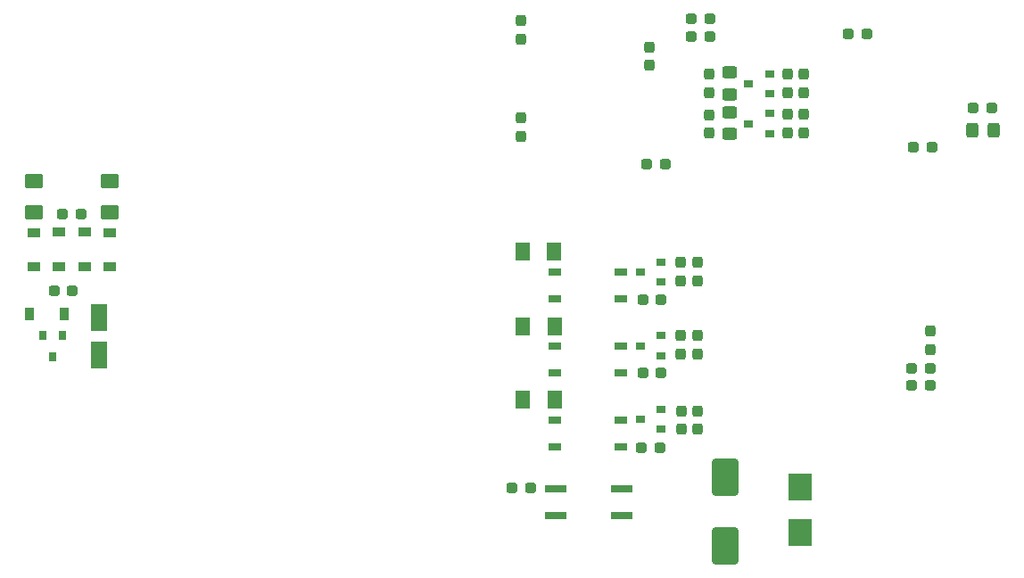
<source format=gbr>
%TF.GenerationSoftware,KiCad,Pcbnew,5.99.0-unknown-r23488-c1ecb425*%
%TF.CreationDate,2020-11-05T19:30:27+01:00*%
%TF.ProjectId,MadPresso,4d616450-7265-4737-936f-2e6b69636164,rev?*%
%TF.SameCoordinates,PXa8e54e0PY549d608*%
%TF.FileFunction,Paste,Top*%
%TF.FilePolarity,Positive*%
%FSLAX46Y46*%
G04 Gerber Fmt 4.6, Leading zero omitted, Abs format (unit mm)*
G04 Created by KiCad (PCBNEW 5.99.0-unknown-r23488-c1ecb425) date 2020-11-05 19:30:27*
%MOMM*%
%LPD*%
G01*
G04 APERTURE LIST*
G04 Aperture macros list*
%AMRoundRect*
0 Rectangle with rounded corners*
0 $1 Rounding radius*
0 $2 $3 $4 $5 $6 $7 $8 $9 X,Y pos of 4 corners*
0 Add a 4 corners polygon primitive as box body*
4,1,4,$2,$3,$4,$5,$6,$7,$8,$9,$2,$3,0*
0 Add four circle primitives for the rounded corners*
1,1,$1+$1,$2,$3,0*
1,1,$1+$1,$4,$5,0*
1,1,$1+$1,$6,$7,0*
1,1,$1+$1,$8,$9,0*
0 Add four rect primitives between the rounded corners*
20,1,$1+$1,$2,$3,$4,$5,0*
20,1,$1+$1,$4,$5,$6,$7,0*
20,1,$1+$1,$6,$7,$8,$9,0*
20,1,$1+$1,$8,$9,$2,$3,0*%
G04 Aperture macros list end*
%ADD10RoundRect,0.237500X0.237500X-0.287500X0.237500X0.287500X-0.237500X0.287500X-0.237500X-0.287500X0*%
%ADD11RoundRect,0.237500X-0.237500X0.287500X-0.237500X-0.287500X0.237500X-0.287500X0.237500X0.287500X0*%
%ADD12RoundRect,0.250001X0.462499X0.624999X-0.462499X0.624999X-0.462499X-0.624999X0.462499X-0.624999X0*%
%ADD13R,0.900000X0.800000*%
%ADD14R,1.200000X0.800000*%
%ADD15RoundRect,0.237500X-0.287500X-0.237500X0.287500X-0.237500X0.287500X0.237500X-0.287500X0.237500X0*%
%ADD16R,2.300000X2.500000*%
%ADD17RoundRect,0.237500X0.287500X0.237500X-0.287500X0.237500X-0.287500X-0.237500X0.287500X-0.237500X0*%
%ADD18R,0.900000X1.200000*%
%ADD19R,1.200000X0.900000*%
%ADD20R,0.800000X0.900000*%
%ADD21RoundRect,0.250001X-0.624999X0.462499X-0.624999X-0.462499X0.624999X-0.462499X0.624999X0.462499X0*%
%ADD22R,2.000000X0.640000*%
%ADD23RoundRect,0.250000X1.000000X-1.500000X1.000000X1.500000X-1.000000X1.500000X-1.000000X-1.500000X0*%
%ADD24RoundRect,0.250000X0.550000X-1.050000X0.550000X1.050000X-0.550000X1.050000X-0.550000X-1.050000X0*%
%ADD25RoundRect,0.250000X-0.450000X0.325000X-0.450000X-0.325000X0.450000X-0.325000X0.450000X0.325000X0*%
%ADD26RoundRect,0.250000X-0.325000X-0.450000X0.325000X-0.450000X0.325000X0.450000X-0.325000X0.450000X0*%
G04 APERTURE END LIST*
D10*
%TO.C,R25*%
X-102170000Y47280000D03*
X-102170000Y49030000D03*
%TD*%
D11*
%TO.C,R26*%
X-100580000Y49030000D03*
X-100580000Y47280000D03*
%TD*%
D10*
%TO.C,R21*%
X-102190000Y54430000D03*
X-102190000Y56180000D03*
%TD*%
D12*
%TO.C,R19*%
X-114200000Y57075000D03*
X-117175000Y57075000D03*
%TD*%
D13*
%TO.C,Q7*%
X-104050000Y54265000D03*
X-104050000Y56165000D03*
X-106050000Y55215000D03*
%TD*%
D14*
%TO.C,U4*%
X-107900000Y52635000D03*
X-107900000Y55175000D03*
X-114200000Y55175000D03*
X-114200000Y52635000D03*
%TD*%
D11*
%TO.C,R22*%
X-100600000Y56170000D03*
X-100600000Y54420000D03*
%TD*%
D14*
%TO.C,U5*%
X-107900000Y45605000D03*
X-107900000Y48145000D03*
X-114200000Y48145000D03*
X-114200000Y45605000D03*
%TD*%
D12*
%TO.C,R23*%
X-114200000Y50075000D03*
X-117175000Y50075000D03*
%TD*%
D15*
%TO.C,R24*%
X-105905000Y45545000D03*
X-104155000Y45545000D03*
%TD*%
%TO.C,R20*%
X-105800000Y52615000D03*
X-104050000Y52615000D03*
%TD*%
D13*
%TO.C,Q9*%
X-104050000Y47275000D03*
X-104050000Y49175000D03*
X-106050000Y48225000D03*
%TD*%
D16*
%TO.C,D9*%
X-90900000Y37525000D03*
X-90900000Y41825000D03*
%TD*%
D13*
%TO.C,Q5*%
X-104050000Y61255000D03*
X-104050000Y63155000D03*
X-106050000Y62205000D03*
%TD*%
D14*
%TO.C,U3*%
X-107900000Y59655000D03*
X-107900000Y62195000D03*
X-114200000Y62195000D03*
X-114200000Y59655000D03*
%TD*%
D10*
%TO.C,R17*%
X-102240000Y61360000D03*
X-102240000Y63110000D03*
%TD*%
D12*
%TO.C,R15*%
X-114237498Y64125000D03*
X-117212498Y64125000D03*
%TD*%
D11*
%TO.C,R18*%
X-100620000Y63125000D03*
X-100620000Y61375000D03*
%TD*%
D15*
%TO.C,R16*%
X-105800000Y59605000D03*
X-104050000Y59605000D03*
%TD*%
D17*
%TO.C,C1*%
X-159150000Y67725000D03*
X-160900000Y67725000D03*
%TD*%
D15*
%TO.C,R14*%
X-80275000Y51450000D03*
X-78525000Y51450000D03*
%TD*%
D18*
%TO.C,D6*%
X-164057000Y58231000D03*
X-160757000Y58231000D03*
%TD*%
D19*
%TO.C,D5*%
X-156450000Y65975000D03*
X-156450000Y62675000D03*
%TD*%
%TO.C,D2*%
X-158821000Y62677000D03*
X-158821000Y65977000D03*
%TD*%
%TO.C,D3*%
X-161207000Y62677000D03*
X-161207000Y65977000D03*
%TD*%
D20*
%TO.C,Q3*%
X-160857000Y56181000D03*
X-162757000Y56181000D03*
X-161807000Y54181000D03*
%TD*%
D21*
%TO.C,R4*%
X-163625000Y70825000D03*
X-163625000Y67850000D03*
%TD*%
D19*
%TO.C,D4*%
X-163607000Y65976000D03*
X-163607000Y62676000D03*
%TD*%
D21*
%TO.C,R3*%
X-156425000Y70875000D03*
X-156425000Y67900000D03*
%TD*%
D22*
%TO.C,U1*%
X-114100000Y41665000D03*
X-114100000Y39125000D03*
X-107800000Y39125000D03*
X-107800000Y41665000D03*
%TD*%
D15*
%TO.C,R7*%
X-161674414Y60417000D03*
X-159924414Y60417000D03*
%TD*%
D23*
%TO.C,C4*%
X-98000000Y36225000D03*
X-98000000Y42725000D03*
%TD*%
D24*
%TO.C,C2*%
X-157400000Y54325000D03*
X-157400000Y57925000D03*
%TD*%
D17*
%TO.C,R12*%
X-116450000Y41695000D03*
X-118200000Y41695000D03*
%TD*%
D25*
%TO.C,D1*%
X-97595000Y81140000D03*
X-97595000Y79090000D03*
%TD*%
D17*
%TO.C,R10*%
X-99450000Y86235000D03*
X-101200000Y86235000D03*
%TD*%
D10*
%TO.C,R2*%
X-92100000Y79220000D03*
X-92100000Y80970000D03*
%TD*%
D17*
%TO.C,R30*%
X-78525000Y53075000D03*
X-80275000Y53075000D03*
%TD*%
D13*
%TO.C,Q1*%
X-93795000Y79140000D03*
X-93795000Y81040000D03*
X-95795000Y80090000D03*
%TD*%
%TO.C,Q2*%
X-93795000Y75340000D03*
X-93795000Y77240000D03*
X-95795000Y76290000D03*
%TD*%
D11*
%TO.C,R1*%
X-90500000Y80975000D03*
X-90500000Y79225000D03*
%TD*%
%TO.C,R6*%
X-90500000Y77175000D03*
X-90500000Y75425000D03*
%TD*%
%TO.C,R29*%
X-117400000Y76825000D03*
X-117400000Y75075000D03*
%TD*%
D10*
%TO.C,R11*%
X-99500000Y75375000D03*
X-99500000Y77125000D03*
%TD*%
D25*
%TO.C,D7*%
X-97600000Y77375000D03*
X-97600000Y75325000D03*
%TD*%
D10*
%TO.C,R28*%
X-78500000Y54875000D03*
X-78500000Y56625000D03*
%TD*%
%TO.C,R5*%
X-99495000Y79240000D03*
X-99495000Y80990000D03*
%TD*%
D15*
%TO.C,R9*%
X-101200000Y84575000D03*
X-99450000Y84575000D03*
%TD*%
D11*
%TO.C,C6*%
X-105225000Y83575000D03*
X-105225000Y81825000D03*
%TD*%
D17*
%TO.C,R13*%
X-72675000Y77800000D03*
X-74425000Y77800000D03*
%TD*%
D10*
%TO.C,R8*%
X-92100000Y75425000D03*
X-92100000Y77175000D03*
%TD*%
D15*
%TO.C,C7*%
X-105425000Y72425000D03*
X-103675000Y72425000D03*
%TD*%
%TO.C,C3*%
X-86262500Y84812500D03*
X-84512500Y84812500D03*
%TD*%
D17*
%TO.C,C5*%
X-78375000Y74075000D03*
X-80125000Y74075000D03*
%TD*%
D26*
%TO.C,D8*%
X-74550000Y75700000D03*
X-72500000Y75700000D03*
%TD*%
D10*
%TO.C,R27*%
X-117400000Y84300000D03*
X-117400000Y86050000D03*
%TD*%
M02*

</source>
